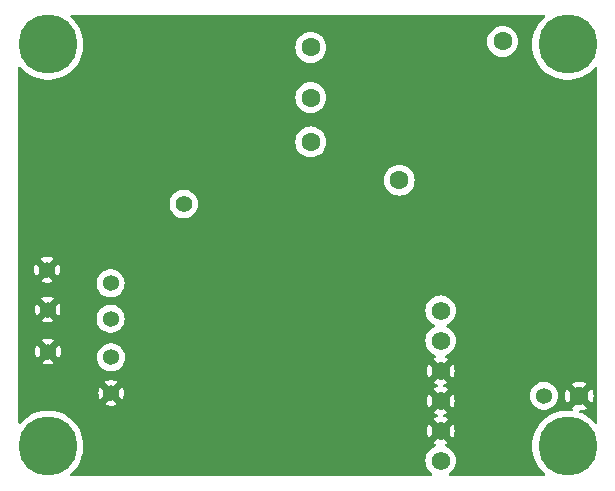
<source format=gbr>
%TF.GenerationSoftware,KiCad,Pcbnew,8.0.6*%
%TF.CreationDate,2025-02-05T13:06:53-05:00*%
%TF.ProjectId,kmh_RTx,6b6d685f-5254-4782-9e6b-696361645f70,rev?*%
%TF.SameCoordinates,Original*%
%TF.FileFunction,Copper,L2,Bot*%
%TF.FilePolarity,Positive*%
%FSLAX46Y46*%
G04 Gerber Fmt 4.6, Leading zero omitted, Abs format (unit mm)*
G04 Created by KiCad (PCBNEW 8.0.6) date 2025-02-05 13:06:53*
%MOMM*%
%LPD*%
G01*
G04 APERTURE LIST*
%TA.AperFunction,ComponentPad*%
%ADD10C,1.574800*%
%TD*%
%TA.AperFunction,ComponentPad*%
%ADD11C,1.600000*%
%TD*%
%TA.AperFunction,ComponentPad*%
%ADD12C,1.362000*%
%TD*%
%TA.AperFunction,ComponentPad*%
%ADD13C,5.000000*%
%TD*%
%TA.AperFunction,ComponentPad*%
%ADD14C,1.400000*%
%TD*%
%TA.AperFunction,ViaPad*%
%ADD15C,0.600000*%
%TD*%
G04 APERTURE END LIST*
D10*
%TO.P,J1,1,Pin_1*%
%TO.N,Net-(J1-Pin_1)*%
X124750000Y-62745100D03*
%TO.P,J1,2,Pin_2*%
%TO.N,GND*%
X124750000Y-60205100D03*
%TO.P,J1,3,Pin_3*%
X124750000Y-57665100D03*
%TO.P,J1,4,Pin_4*%
X124750000Y-55125100D03*
%TO.P,J1,5,Pin_5*%
%TO.N,Net-(J1-Pin_5)*%
X124750000Y-52585100D03*
%TO.P,J1,6,Pin_6*%
%TO.N,Net-(J1-Pin_6)*%
X124750000Y-50045100D03*
%TD*%
D11*
%TO.P,TP6,1,1*%
%TO.N,Net-(T1-AA)*%
X130000000Y-27250000D03*
%TD*%
D12*
%TO.P,H7,1,1*%
%TO.N,ReleaseAntenna*%
X96850000Y-54000000D03*
%TD*%
D11*
%TO.P,TP5,1,1*%
%TO.N,Net-(U1-PORT_4)*%
X113750000Y-27750000D03*
%TD*%
D13*
%TO.P,H4,1*%
%TO.N,N/C*%
X135500000Y-61500000D03*
%TD*%
D14*
%TO.P,TP2,1,1*%
%TO.N,+3.3V*%
X103000000Y-41000000D03*
%TD*%
D11*
%TO.P,TP3,1,1*%
%TO.N,Net-(U1-PORT_2)*%
X113750000Y-35750000D03*
%TD*%
D12*
%TO.P,H10,1,1*%
%TO.N,GND*%
X91475000Y-49950000D03*
%TD*%
%TO.P,H6,1,1*%
%TO.N,+15V*%
X96800000Y-50725000D03*
%TD*%
D13*
%TO.P,H3,1*%
%TO.N,N/C*%
X135500000Y-27500000D03*
%TD*%
D12*
%TO.P,H9,1,1*%
%TO.N,GND*%
X91425000Y-46575000D03*
%TD*%
D11*
%TO.P,TP4,1,1*%
%TO.N,Net-(U1-PORT_3)*%
X113750000Y-32000000D03*
%TD*%
%TO.P,TP1,1,1*%
%TO.N,Net-(U1-PORT_1)*%
X121250000Y-39000000D03*
%TD*%
D12*
%TO.P,H5,1,1*%
%TO.N,+15V*%
X96800000Y-47725000D03*
%TD*%
D11*
%TO.P,TP7,1,1*%
%TO.N,GND*%
X136500000Y-57250000D03*
%TD*%
D12*
%TO.P,H14,1,1*%
%TO.N,Net-(H14-Pad1)*%
X133500000Y-57250000D03*
%TD*%
D13*
%TO.P,H2,1*%
%TO.N,N/C*%
X91500000Y-27500000D03*
%TD*%
D12*
%TO.P,H8,1,1*%
%TO.N,GND*%
X96850000Y-57000000D03*
%TD*%
%TO.P,H11,1,1*%
%TO.N,GND*%
X91500000Y-53500000D03*
%TD*%
D13*
%TO.P,H1,1*%
%TO.N,N/C*%
X91500000Y-61500000D03*
%TD*%
D15*
%TO.N,GND*%
X128015000Y-40000000D03*
X128000000Y-37750000D03*
X128000000Y-42500000D03*
X97000000Y-58750000D03*
X92250000Y-44750000D03*
X91500000Y-55500000D03*
X89500000Y-53500000D03*
X89500000Y-50000000D03*
X96250000Y-40250000D03*
X123000000Y-60000000D03*
X109000000Y-30250000D03*
X115000000Y-58500000D03*
X89750000Y-39750000D03*
X113250000Y-53500000D03*
X117000000Y-58500000D03*
X93000000Y-32000000D03*
X119000000Y-56000000D03*
X110750000Y-61500000D03*
X107750000Y-42000000D03*
X98750000Y-30750000D03*
X99750000Y-43750000D03*
X120750000Y-56000000D03*
X123000000Y-56000000D03*
X126250000Y-42500000D03*
X119000000Y-53500000D03*
X113250000Y-56000000D03*
X114625000Y-61050000D03*
X108750000Y-55000000D03*
X115000000Y-51000000D03*
X96250000Y-43250000D03*
X126250000Y-37750000D03*
X89500000Y-46500000D03*
X123000000Y-52250000D03*
X124500000Y-37750000D03*
X101500000Y-55000000D03*
X129000000Y-61750000D03*
X126265000Y-40000000D03*
X122000000Y-44750000D03*
X120750000Y-53500000D03*
X98750000Y-32250000D03*
X107250000Y-37250000D03*
X91000000Y-34000000D03*
X117000000Y-51000000D03*
X113250000Y-58500000D03*
X124500000Y-42500000D03*
X120750000Y-51000000D03*
X123000000Y-50250000D03*
X112500000Y-40000000D03*
X131750000Y-63000000D03*
X119000000Y-58500000D03*
X123000000Y-58000000D03*
X120750000Y-58500000D03*
X95000000Y-26500000D03*
X119515000Y-41775000D03*
X109000000Y-50000000D03*
X123000000Y-54250000D03*
X96250000Y-41750000D03*
X119000000Y-51000000D03*
X99000000Y-26500000D03*
X107500000Y-55000000D03*
X109000000Y-34750000D03*
X115000000Y-53500000D03*
X113250000Y-51000000D03*
X97000000Y-26500000D03*
X97000000Y-29000000D03*
X131750000Y-61250000D03*
X117000000Y-53500000D03*
X117125000Y-61050000D03*
X90500000Y-43500000D03*
X115000000Y-56000000D03*
X117000000Y-56000000D03*
X91000000Y-32000000D03*
X124500000Y-40000000D03*
X95000000Y-29000000D03*
%TD*%
%TA.AperFunction,Conductor*%
%TO.N,GND*%
G36*
X133557927Y-25002785D02*
G01*
X133603682Y-25055589D01*
X133613626Y-25124747D01*
X133584601Y-25188303D01*
X133570594Y-25202089D01*
X133437442Y-25313817D01*
X133437440Y-25313819D01*
X133197589Y-25568044D01*
X133197584Y-25568050D01*
X132988870Y-25848402D01*
X132814113Y-26151091D01*
X132814107Y-26151104D01*
X132675674Y-26472027D01*
X132575430Y-26806865D01*
X132575428Y-26806872D01*
X132514739Y-27151061D01*
X132514738Y-27151072D01*
X132494415Y-27499996D01*
X132494415Y-27500003D01*
X132514738Y-27848927D01*
X132514739Y-27848938D01*
X132575428Y-28193127D01*
X132575430Y-28193134D01*
X132675674Y-28527972D01*
X132814107Y-28848895D01*
X132814113Y-28848908D01*
X132988870Y-29151597D01*
X133197584Y-29431949D01*
X133197589Y-29431955D01*
X133321463Y-29563253D01*
X133437442Y-29686183D01*
X133613903Y-29834251D01*
X133705186Y-29910847D01*
X133705194Y-29910853D01*
X133997203Y-30102911D01*
X133997207Y-30102913D01*
X134309549Y-30259777D01*
X134637989Y-30379319D01*
X134978086Y-30459923D01*
X135325241Y-30500500D01*
X135325248Y-30500500D01*
X135674752Y-30500500D01*
X135674759Y-30500500D01*
X136021914Y-30459923D01*
X136362011Y-30379319D01*
X136690451Y-30259777D01*
X137002793Y-30102913D01*
X137294811Y-29910849D01*
X137562558Y-29686183D01*
X137802412Y-29431953D01*
X137802415Y-29431949D01*
X137802706Y-29431641D01*
X137863029Y-29396387D01*
X137932836Y-29399342D01*
X137989964Y-29439569D01*
X138016274Y-29504295D01*
X138016900Y-29516735D01*
X138016900Y-59483264D01*
X137997215Y-59550303D01*
X137944411Y-59596058D01*
X137875253Y-59606002D01*
X137811697Y-59576977D01*
X137802706Y-59568358D01*
X137707144Y-59467069D01*
X137562558Y-59313817D01*
X137352578Y-59137623D01*
X137294813Y-59089152D01*
X137294805Y-59089146D01*
X137002796Y-58897088D01*
X136690458Y-58740226D01*
X136690452Y-58740223D01*
X136553899Y-58690522D01*
X136497635Y-58649096D01*
X136472699Y-58583827D01*
X136487009Y-58515438D01*
X136536021Y-58465643D01*
X136596309Y-58450000D01*
X136611193Y-58450000D01*
X136829809Y-58409133D01*
X137037174Y-58328799D01*
X137037180Y-58328796D01*
X137109656Y-58283920D01*
X137109656Y-58283919D01*
X136581807Y-57756070D01*
X136696853Y-57725245D01*
X136813147Y-57658102D01*
X136908102Y-57563147D01*
X136975245Y-57446853D01*
X137006070Y-57331806D01*
X137535953Y-57861689D01*
X137623759Y-57685350D01*
X137684621Y-57471439D01*
X137705141Y-57250000D01*
X137705141Y-57249999D01*
X137684621Y-57028560D01*
X137623761Y-56814654D01*
X137623757Y-56814644D01*
X137535952Y-56638309D01*
X137006070Y-57168192D01*
X136975245Y-57053147D01*
X136908102Y-56936853D01*
X136813147Y-56841898D01*
X136696853Y-56774755D01*
X136581807Y-56743929D01*
X137109656Y-56216079D01*
X137109655Y-56216078D01*
X137037178Y-56171202D01*
X137037177Y-56171201D01*
X136829804Y-56090865D01*
X136611193Y-56050000D01*
X136388807Y-56050000D01*
X136170195Y-56090865D01*
X135962824Y-56171200D01*
X135962823Y-56171201D01*
X135890342Y-56216079D01*
X136418192Y-56743929D01*
X136303147Y-56774755D01*
X136186853Y-56841898D01*
X136091898Y-56936853D01*
X136024755Y-57053147D01*
X135993929Y-57168192D01*
X135464046Y-56638309D01*
X135376239Y-56814653D01*
X135376238Y-56814654D01*
X135315378Y-57028560D01*
X135294859Y-57249999D01*
X135294859Y-57250000D01*
X135315378Y-57471439D01*
X135376238Y-57685345D01*
X135376242Y-57685355D01*
X135464046Y-57861689D01*
X135993929Y-57331806D01*
X136024755Y-57446853D01*
X136091898Y-57563147D01*
X136186853Y-57658102D01*
X136303147Y-57725245D01*
X136418192Y-57756070D01*
X135890343Y-58283919D01*
X135890343Y-58283920D01*
X135896073Y-58287468D01*
X135942708Y-58339496D01*
X135953812Y-58408478D01*
X135925858Y-58472512D01*
X135867723Y-58511268D01*
X135816401Y-58516055D01*
X135674759Y-58499500D01*
X135325241Y-58499500D01*
X135021480Y-58535004D01*
X134978085Y-58540077D01*
X134978083Y-58540077D01*
X134637990Y-58620680D01*
X134637987Y-58620681D01*
X134309547Y-58740223D01*
X134309541Y-58740226D01*
X133997203Y-58897088D01*
X133705194Y-59089146D01*
X133705186Y-59089152D01*
X133437442Y-59313817D01*
X133437440Y-59313819D01*
X133197589Y-59568044D01*
X133197584Y-59568050D01*
X132988870Y-59848402D01*
X132814113Y-60151091D01*
X132814107Y-60151104D01*
X132675674Y-60472027D01*
X132575430Y-60806865D01*
X132575428Y-60806872D01*
X132514739Y-61151061D01*
X132514738Y-61151072D01*
X132494415Y-61499996D01*
X132494415Y-61500003D01*
X132514738Y-61848927D01*
X132514739Y-61848938D01*
X132575428Y-62193127D01*
X132575430Y-62193134D01*
X132675674Y-62527972D01*
X132814107Y-62848895D01*
X132814113Y-62848908D01*
X132988870Y-63151597D01*
X133197584Y-63431949D01*
X133197589Y-63431955D01*
X133321463Y-63563253D01*
X133437442Y-63686183D01*
X133496166Y-63735458D01*
X133570594Y-63797911D01*
X133609296Y-63856082D01*
X133610404Y-63925943D01*
X133573567Y-63985313D01*
X133510480Y-64015342D01*
X133490888Y-64016900D01*
X125572345Y-64016900D01*
X125505306Y-63997215D01*
X125459551Y-63944411D01*
X125449607Y-63875253D01*
X125478632Y-63811697D01*
X125501222Y-63791325D01*
X125581009Y-63735458D01*
X125740358Y-63576109D01*
X125869615Y-63391510D01*
X125964853Y-63187270D01*
X126023179Y-62969596D01*
X126042820Y-62745100D01*
X126023179Y-62520604D01*
X125964853Y-62302930D01*
X125869615Y-62098690D01*
X125740358Y-61914091D01*
X125740356Y-61914088D01*
X125581011Y-61754743D01*
X125396410Y-61625485D01*
X125396408Y-61625484D01*
X125194519Y-61531342D01*
X125142080Y-61485170D01*
X125122928Y-61417976D01*
X125143144Y-61351095D01*
X125196309Y-61305761D01*
X125202131Y-61303333D01*
X125281533Y-61272572D01*
X125281537Y-61272570D01*
X125350504Y-61229867D01*
X124850913Y-60730276D01*
X124955885Y-60702150D01*
X125077515Y-60631926D01*
X125176826Y-60532615D01*
X125247050Y-60410985D01*
X125275176Y-60306012D01*
X125776556Y-60807392D01*
X125861956Y-60635886D01*
X125861961Y-60635873D01*
X125922183Y-60424218D01*
X125942487Y-60205100D01*
X125942487Y-60205099D01*
X125922183Y-59985981D01*
X125861961Y-59774326D01*
X125861956Y-59774313D01*
X125776555Y-59602806D01*
X125275176Y-60104186D01*
X125247050Y-59999215D01*
X125176826Y-59877585D01*
X125077515Y-59778274D01*
X124955885Y-59708050D01*
X124850913Y-59679923D01*
X125350504Y-59180331D01*
X125281533Y-59137627D01*
X125076341Y-59058135D01*
X125070207Y-59056989D01*
X125007926Y-59025322D01*
X124972651Y-58965010D01*
X124975584Y-58895202D01*
X125015792Y-58838061D01*
X125070207Y-58813211D01*
X125076341Y-58812064D01*
X125281536Y-58732571D01*
X125281537Y-58732570D01*
X125350504Y-58689867D01*
X124850913Y-58190276D01*
X124955885Y-58162150D01*
X125077515Y-58091926D01*
X125176826Y-57992615D01*
X125247050Y-57870985D01*
X125275176Y-57766012D01*
X125776556Y-58267392D01*
X125861956Y-58095886D01*
X125861961Y-58095873D01*
X125922183Y-57884218D01*
X125942487Y-57665100D01*
X125942487Y-57665099D01*
X125922183Y-57445981D01*
X125866420Y-57249999D01*
X132313438Y-57249999D01*
X132313438Y-57250000D01*
X132333640Y-57468029D01*
X132393563Y-57678633D01*
X132393567Y-57678642D01*
X132491159Y-57874634D01*
X132491166Y-57874646D01*
X132535752Y-57933687D01*
X132623120Y-58049382D01*
X132784937Y-58196897D01*
X132971104Y-58312167D01*
X132971105Y-58312167D01*
X132971106Y-58312168D01*
X133014028Y-58328796D01*
X133175282Y-58391266D01*
X133390518Y-58431500D01*
X133390521Y-58431500D01*
X133609479Y-58431500D01*
X133609482Y-58431500D01*
X133824718Y-58391266D01*
X134028896Y-58312167D01*
X134215063Y-58196897D01*
X134376880Y-58049382D01*
X134508835Y-57874644D01*
X134606436Y-57678636D01*
X134666359Y-57468030D01*
X134686562Y-57250000D01*
X134685475Y-57238274D01*
X134666359Y-57031970D01*
X134657262Y-56999999D01*
X134606436Y-56821364D01*
X134515285Y-56638309D01*
X134508840Y-56625365D01*
X134508833Y-56625353D01*
X134471364Y-56575736D01*
X134376880Y-56450618D01*
X134215063Y-56303103D01*
X134028896Y-56187833D01*
X134028894Y-56187832D01*
X134028893Y-56187831D01*
X133867974Y-56125491D01*
X133824718Y-56108734D01*
X133609482Y-56068500D01*
X133390518Y-56068500D01*
X133175282Y-56108734D01*
X133175279Y-56108734D01*
X133175279Y-56108735D01*
X132971106Y-56187831D01*
X132971105Y-56187832D01*
X132784941Y-56303100D01*
X132784939Y-56303101D01*
X132784937Y-56303103D01*
X132651211Y-56425010D01*
X132623121Y-56450617D01*
X132491166Y-56625353D01*
X132491159Y-56625365D01*
X132393567Y-56821357D01*
X132393563Y-56821366D01*
X132333640Y-57031970D01*
X132313438Y-57249999D01*
X125866420Y-57249999D01*
X125861961Y-57234326D01*
X125861956Y-57234313D01*
X125776555Y-57062806D01*
X125275176Y-57564186D01*
X125247050Y-57459215D01*
X125176826Y-57337585D01*
X125077515Y-57238274D01*
X124955885Y-57168050D01*
X124850913Y-57139923D01*
X125350504Y-56640331D01*
X125281533Y-56597627D01*
X125076341Y-56518135D01*
X125070207Y-56516989D01*
X125007926Y-56485322D01*
X124972651Y-56425010D01*
X124975584Y-56355202D01*
X125015792Y-56298061D01*
X125070207Y-56273211D01*
X125076341Y-56272064D01*
X125281536Y-56192571D01*
X125281537Y-56192570D01*
X125350504Y-56149867D01*
X124850913Y-55650276D01*
X124955885Y-55622150D01*
X125077515Y-55551926D01*
X125176826Y-55452615D01*
X125247050Y-55330985D01*
X125275176Y-55226012D01*
X125776556Y-55727392D01*
X125861956Y-55555886D01*
X125861961Y-55555873D01*
X125922183Y-55344218D01*
X125942487Y-55125100D01*
X125942487Y-55125099D01*
X125922183Y-54905981D01*
X125861961Y-54694326D01*
X125861956Y-54694313D01*
X125776555Y-54522806D01*
X125275176Y-55024186D01*
X125247050Y-54919215D01*
X125176826Y-54797585D01*
X125077515Y-54698274D01*
X124955885Y-54628050D01*
X124850913Y-54599923D01*
X125350504Y-54100331D01*
X125281532Y-54057626D01*
X125281528Y-54057625D01*
X125202129Y-54026865D01*
X125146728Y-53984292D01*
X125123138Y-53918525D01*
X125138850Y-53850445D01*
X125188874Y-53801666D01*
X125194520Y-53798857D01*
X125396410Y-53704715D01*
X125581009Y-53575458D01*
X125740358Y-53416109D01*
X125869615Y-53231510D01*
X125964853Y-53027270D01*
X126023179Y-52809596D01*
X126042820Y-52585100D01*
X126023179Y-52360604D01*
X125964853Y-52142930D01*
X125869615Y-51938690D01*
X125740358Y-51754091D01*
X125740356Y-51754088D01*
X125581011Y-51594743D01*
X125396410Y-51465485D01*
X125396404Y-51465482D01*
X125314912Y-51427482D01*
X125262472Y-51381310D01*
X125243320Y-51314117D01*
X125263535Y-51247235D01*
X125314912Y-51202718D01*
X125326198Y-51197454D01*
X125396410Y-51164715D01*
X125581009Y-51035458D01*
X125740358Y-50876109D01*
X125869615Y-50691510D01*
X125964853Y-50487270D01*
X126023179Y-50269596D01*
X126042820Y-50045100D01*
X126023179Y-49820604D01*
X125964853Y-49602930D01*
X125943818Y-49557821D01*
X125869617Y-49398695D01*
X125869614Y-49398689D01*
X125740356Y-49214088D01*
X125581011Y-49054743D01*
X125396410Y-48925485D01*
X125396404Y-48925482D01*
X125192176Y-48830249D01*
X125192165Y-48830245D01*
X124974498Y-48771921D01*
X124974491Y-48771920D01*
X124750001Y-48752280D01*
X124749999Y-48752280D01*
X124525508Y-48771920D01*
X124525501Y-48771921D01*
X124307834Y-48830245D01*
X124307823Y-48830249D01*
X124103595Y-48925482D01*
X124103589Y-48925485D01*
X123918988Y-49054743D01*
X123759643Y-49214088D01*
X123630385Y-49398689D01*
X123630382Y-49398695D01*
X123535149Y-49602923D01*
X123535145Y-49602934D01*
X123476821Y-49820601D01*
X123476820Y-49820608D01*
X123457180Y-50045099D01*
X123457180Y-50045100D01*
X123476820Y-50269591D01*
X123476821Y-50269598D01*
X123535145Y-50487265D01*
X123535149Y-50487276D01*
X123630382Y-50691504D01*
X123630385Y-50691510D01*
X123759643Y-50876111D01*
X123918988Y-51035456D01*
X123918991Y-51035458D01*
X124103590Y-51164715D01*
X124167507Y-51194519D01*
X124185088Y-51202718D01*
X124237527Y-51248890D01*
X124256679Y-51316084D01*
X124236463Y-51382965D01*
X124185088Y-51427482D01*
X124103591Y-51465484D01*
X124103589Y-51465485D01*
X123918988Y-51594743D01*
X123759643Y-51754088D01*
X123630385Y-51938689D01*
X123630382Y-51938695D01*
X123535149Y-52142923D01*
X123535145Y-52142934D01*
X123476821Y-52360601D01*
X123476820Y-52360608D01*
X123457180Y-52585099D01*
X123457180Y-52585100D01*
X123476820Y-52809591D01*
X123476821Y-52809598D01*
X123535145Y-53027265D01*
X123535149Y-53027276D01*
X123630382Y-53231504D01*
X123630385Y-53231510D01*
X123759643Y-53416111D01*
X123918988Y-53575456D01*
X123918991Y-53575458D01*
X124103590Y-53704715D01*
X124305480Y-53798857D01*
X124357920Y-53845029D01*
X124377072Y-53912222D01*
X124356857Y-53979103D01*
X124303691Y-54024438D01*
X124297871Y-54026865D01*
X124218472Y-54057624D01*
X124218463Y-54057629D01*
X124149495Y-54100331D01*
X124649087Y-54599923D01*
X124544115Y-54628050D01*
X124422485Y-54698274D01*
X124323174Y-54797585D01*
X124252950Y-54919215D01*
X124224823Y-55024186D01*
X123723443Y-54522806D01*
X123638039Y-54694324D01*
X123638034Y-54694335D01*
X123577817Y-54905978D01*
X123577816Y-54905981D01*
X123557513Y-55125099D01*
X123557513Y-55125100D01*
X123577816Y-55344218D01*
X123638040Y-55555880D01*
X123638040Y-55555881D01*
X123723443Y-55727392D01*
X124224823Y-55226012D01*
X124252950Y-55330985D01*
X124323174Y-55452615D01*
X124422485Y-55551926D01*
X124544115Y-55622150D01*
X124649086Y-55650276D01*
X124149494Y-56149867D01*
X124149495Y-56149868D01*
X124218459Y-56192569D01*
X124218465Y-56192572D01*
X124423657Y-56272063D01*
X124429794Y-56273211D01*
X124492075Y-56304879D01*
X124527348Y-56365191D01*
X124524414Y-56435000D01*
X124484205Y-56492140D01*
X124429794Y-56516989D01*
X124423652Y-56518137D01*
X124218475Y-56597623D01*
X124218463Y-56597629D01*
X124149495Y-56640331D01*
X124649087Y-57139923D01*
X124544115Y-57168050D01*
X124422485Y-57238274D01*
X124323174Y-57337585D01*
X124252950Y-57459215D01*
X124224823Y-57564186D01*
X123723443Y-57062806D01*
X123638039Y-57234324D01*
X123638034Y-57234335D01*
X123577817Y-57445978D01*
X123577816Y-57445981D01*
X123557513Y-57665099D01*
X123557513Y-57665100D01*
X123577816Y-57884218D01*
X123638040Y-58095880D01*
X123638040Y-58095881D01*
X123723443Y-58267392D01*
X124224823Y-57766012D01*
X124252950Y-57870985D01*
X124323174Y-57992615D01*
X124422485Y-58091926D01*
X124544115Y-58162150D01*
X124649086Y-58190276D01*
X124149494Y-58689867D01*
X124149495Y-58689868D01*
X124218459Y-58732569D01*
X124218465Y-58732572D01*
X124423657Y-58812063D01*
X124429794Y-58813211D01*
X124492075Y-58844879D01*
X124527348Y-58905191D01*
X124524414Y-58975000D01*
X124484205Y-59032140D01*
X124429794Y-59056989D01*
X124423652Y-59058137D01*
X124218475Y-59137623D01*
X124218463Y-59137629D01*
X124149495Y-59180331D01*
X124649087Y-59679923D01*
X124544115Y-59708050D01*
X124422485Y-59778274D01*
X124323174Y-59877585D01*
X124252950Y-59999215D01*
X124224823Y-60104186D01*
X123723443Y-59602806D01*
X123638039Y-59774324D01*
X123638034Y-59774335D01*
X123577817Y-59985978D01*
X123577816Y-59985981D01*
X123557513Y-60205099D01*
X123557513Y-60205100D01*
X123577816Y-60424218D01*
X123638040Y-60635880D01*
X123638040Y-60635881D01*
X123723443Y-60807392D01*
X124224823Y-60306012D01*
X124252950Y-60410985D01*
X124323174Y-60532615D01*
X124422485Y-60631926D01*
X124544115Y-60702150D01*
X124649086Y-60730276D01*
X124149494Y-61229867D01*
X124149495Y-61229868D01*
X124218459Y-61272569D01*
X124218465Y-61272572D01*
X124297869Y-61303333D01*
X124353270Y-61345906D01*
X124376861Y-61411673D01*
X124361150Y-61479753D01*
X124311126Y-61528532D01*
X124305480Y-61531342D01*
X124103591Y-61625484D01*
X124103589Y-61625485D01*
X123918988Y-61754743D01*
X123759643Y-61914088D01*
X123630385Y-62098689D01*
X123630382Y-62098695D01*
X123535149Y-62302923D01*
X123535145Y-62302934D01*
X123476821Y-62520601D01*
X123476820Y-62520608D01*
X123457180Y-62745099D01*
X123457180Y-62745100D01*
X123476820Y-62969591D01*
X123476821Y-62969598D01*
X123535145Y-63187265D01*
X123535149Y-63187276D01*
X123630382Y-63391504D01*
X123630385Y-63391510D01*
X123759643Y-63576111D01*
X123918988Y-63735456D01*
X123998778Y-63791325D01*
X124042403Y-63845901D01*
X124049597Y-63915400D01*
X124018075Y-63977755D01*
X123957845Y-64013169D01*
X123927655Y-64016900D01*
X93509112Y-64016900D01*
X93442073Y-63997215D01*
X93396318Y-63944411D01*
X93386374Y-63875253D01*
X93415399Y-63811697D01*
X93429406Y-63797911D01*
X93453644Y-63777572D01*
X93562558Y-63686183D01*
X93802412Y-63431953D01*
X94011130Y-63151596D01*
X94185889Y-62848904D01*
X94324326Y-62527971D01*
X94424569Y-62193136D01*
X94441222Y-62098695D01*
X94485260Y-61848938D01*
X94485259Y-61848938D01*
X94485262Y-61848927D01*
X94505585Y-61500000D01*
X94485262Y-61151073D01*
X94485260Y-61151061D01*
X94424571Y-60806872D01*
X94424569Y-60806865D01*
X94404102Y-60738500D01*
X94324326Y-60472029D01*
X94185889Y-60151096D01*
X94027978Y-59877585D01*
X94011129Y-59848402D01*
X93802415Y-59568050D01*
X93802410Y-59568044D01*
X93686433Y-59445117D01*
X93562558Y-59313817D01*
X93352578Y-59137623D01*
X93294813Y-59089152D01*
X93294805Y-59089146D01*
X93002796Y-58897088D01*
X92690458Y-58740226D01*
X92690452Y-58740223D01*
X92362012Y-58620681D01*
X92362009Y-58620680D01*
X92021915Y-58540077D01*
X91978519Y-58535004D01*
X91674759Y-58499500D01*
X91325241Y-58499500D01*
X91021480Y-58535004D01*
X90978085Y-58540077D01*
X90978083Y-58540077D01*
X90637990Y-58620680D01*
X90637987Y-58620681D01*
X90309547Y-58740223D01*
X90309541Y-58740226D01*
X89997203Y-58897088D01*
X89705194Y-59089146D01*
X89705186Y-59089152D01*
X89437442Y-59313817D01*
X89437440Y-59313819D01*
X89197294Y-59568358D01*
X89136971Y-59603612D01*
X89067164Y-59600657D01*
X89010036Y-59560430D01*
X88983726Y-59495703D01*
X88983100Y-59483264D01*
X88983100Y-57947477D01*
X96326785Y-57947477D01*
X96326785Y-57947478D01*
X96366084Y-57971811D01*
X96366102Y-57971820D01*
X96552895Y-58044184D01*
X96552905Y-58044187D01*
X96749833Y-58081000D01*
X96950167Y-58081000D01*
X97147094Y-58044187D01*
X97147104Y-58044184D01*
X97333904Y-57971818D01*
X97373214Y-57947477D01*
X96850001Y-57424264D01*
X96850000Y-57424264D01*
X96326785Y-57947477D01*
X88983100Y-57947477D01*
X88983100Y-56999999D01*
X95764369Y-56999999D01*
X95764369Y-57000000D01*
X95782853Y-57199479D01*
X95837680Y-57392178D01*
X95902793Y-57522942D01*
X96425736Y-57000000D01*
X96425736Y-56999999D01*
X96370561Y-56944824D01*
X96430900Y-56944824D01*
X96430900Y-57055176D01*
X96459461Y-57161766D01*
X96514637Y-57257333D01*
X96592667Y-57335363D01*
X96688234Y-57390539D01*
X96794824Y-57419100D01*
X96905176Y-57419100D01*
X97011766Y-57390539D01*
X97107333Y-57335363D01*
X97185363Y-57257333D01*
X97240539Y-57161766D01*
X97269100Y-57055176D01*
X97269100Y-56999999D01*
X97274264Y-56999999D01*
X97274264Y-57000000D01*
X97797205Y-57522941D01*
X97797206Y-57522941D01*
X97862321Y-57392173D01*
X97917146Y-57199479D01*
X97935631Y-57000000D01*
X97935631Y-56999999D01*
X97917146Y-56800520D01*
X97862319Y-56607821D01*
X97797206Y-56477056D01*
X97274264Y-56999999D01*
X97269100Y-56999999D01*
X97269100Y-56944824D01*
X97240539Y-56838234D01*
X97185363Y-56742667D01*
X97107333Y-56664637D01*
X97011766Y-56609461D01*
X96905176Y-56580900D01*
X96794824Y-56580900D01*
X96688234Y-56609461D01*
X96592667Y-56664637D01*
X96514637Y-56742667D01*
X96459461Y-56838234D01*
X96430900Y-56944824D01*
X96370561Y-56944824D01*
X95902793Y-56477056D01*
X95902792Y-56477056D01*
X95837682Y-56607816D01*
X95837678Y-56607826D01*
X95782853Y-56800520D01*
X95764369Y-56999999D01*
X88983100Y-56999999D01*
X88983100Y-56052521D01*
X96326784Y-56052521D01*
X96850000Y-56575736D01*
X96850001Y-56575736D01*
X97373214Y-56052521D01*
X97333907Y-56028183D01*
X97333906Y-56028182D01*
X97147095Y-55955812D01*
X96950167Y-55919000D01*
X96749833Y-55919000D01*
X96552905Y-55955812D01*
X96552904Y-55955812D01*
X96366095Y-56028182D01*
X96366092Y-56028183D01*
X96326784Y-56052521D01*
X88983100Y-56052521D01*
X88983100Y-54447477D01*
X90976785Y-54447477D01*
X90976785Y-54447478D01*
X91016084Y-54471811D01*
X91016102Y-54471820D01*
X91202895Y-54544184D01*
X91202905Y-54544187D01*
X91399833Y-54581000D01*
X91600167Y-54581000D01*
X91797094Y-54544187D01*
X91797104Y-54544184D01*
X91983904Y-54471818D01*
X92023214Y-54447477D01*
X91500001Y-53924264D01*
X91500000Y-53924264D01*
X90976785Y-54447477D01*
X88983100Y-54447477D01*
X88983100Y-53499999D01*
X90414369Y-53499999D01*
X90414369Y-53500000D01*
X90432853Y-53699479D01*
X90487680Y-53892178D01*
X90552793Y-54022942D01*
X91075736Y-53500000D01*
X91075736Y-53499999D01*
X91020561Y-53444824D01*
X91080900Y-53444824D01*
X91080900Y-53555176D01*
X91109461Y-53661766D01*
X91164637Y-53757333D01*
X91242667Y-53835363D01*
X91338234Y-53890539D01*
X91444824Y-53919100D01*
X91555176Y-53919100D01*
X91661766Y-53890539D01*
X91757333Y-53835363D01*
X91835363Y-53757333D01*
X91890539Y-53661766D01*
X91919100Y-53555176D01*
X91919100Y-53499999D01*
X91924264Y-53499999D01*
X91924264Y-53500000D01*
X92447205Y-54022941D01*
X92447206Y-54022941D01*
X92458630Y-53999999D01*
X95663438Y-53999999D01*
X95663438Y-54000000D01*
X95683640Y-54218029D01*
X95743563Y-54428633D01*
X95743567Y-54428642D01*
X95841159Y-54624634D01*
X95841166Y-54624646D01*
X95843737Y-54628050D01*
X95973120Y-54799382D01*
X96134937Y-54946897D01*
X96321104Y-55062167D01*
X96321105Y-55062167D01*
X96321106Y-55062168D01*
X96364360Y-55078924D01*
X96525282Y-55141266D01*
X96740518Y-55181500D01*
X96740521Y-55181500D01*
X96959479Y-55181500D01*
X96959482Y-55181500D01*
X97174718Y-55141266D01*
X97378896Y-55062167D01*
X97565063Y-54946897D01*
X97726880Y-54799382D01*
X97858835Y-54624644D01*
X97956436Y-54428636D01*
X98016359Y-54218030D01*
X98036562Y-54000000D01*
X98035106Y-53984292D01*
X98016359Y-53781970D01*
X97994378Y-53704715D01*
X97956436Y-53571364D01*
X97879128Y-53416109D01*
X97858840Y-53375365D01*
X97858833Y-53375353D01*
X97802322Y-53300520D01*
X97726880Y-53200618D01*
X97565063Y-53053103D01*
X97378896Y-52937833D01*
X97378894Y-52937832D01*
X97378893Y-52937831D01*
X97217974Y-52875491D01*
X97174718Y-52858734D01*
X96959482Y-52818500D01*
X96740518Y-52818500D01*
X96525282Y-52858734D01*
X96525279Y-52858734D01*
X96525279Y-52858735D01*
X96321106Y-52937831D01*
X96321105Y-52937832D01*
X96134941Y-53053100D01*
X96134939Y-53053101D01*
X96134937Y-53053103D01*
X95992583Y-53182874D01*
X95973121Y-53200617D01*
X95841166Y-53375353D01*
X95841159Y-53375365D01*
X95743567Y-53571357D01*
X95743563Y-53571366D01*
X95683640Y-53781970D01*
X95663438Y-53999999D01*
X92458630Y-53999999D01*
X92512321Y-53892173D01*
X92567146Y-53699479D01*
X92585631Y-53500000D01*
X92585631Y-53499999D01*
X92567146Y-53300520D01*
X92512319Y-53107821D01*
X92447206Y-52977056D01*
X91924264Y-53499999D01*
X91919100Y-53499999D01*
X91919100Y-53444824D01*
X91890539Y-53338234D01*
X91835363Y-53242667D01*
X91757333Y-53164637D01*
X91661766Y-53109461D01*
X91555176Y-53080900D01*
X91444824Y-53080900D01*
X91338234Y-53109461D01*
X91242667Y-53164637D01*
X91164637Y-53242667D01*
X91109461Y-53338234D01*
X91080900Y-53444824D01*
X91020561Y-53444824D01*
X90552793Y-52977056D01*
X90552792Y-52977056D01*
X90487682Y-53107816D01*
X90487678Y-53107826D01*
X90432853Y-53300520D01*
X90414369Y-53499999D01*
X88983100Y-53499999D01*
X88983100Y-52552521D01*
X90976784Y-52552521D01*
X91500000Y-53075736D01*
X91500001Y-53075736D01*
X92023214Y-52552521D01*
X91983907Y-52528183D01*
X91983906Y-52528182D01*
X91797095Y-52455812D01*
X91600167Y-52419000D01*
X91399833Y-52419000D01*
X91202905Y-52455812D01*
X91202904Y-52455812D01*
X91016095Y-52528182D01*
X91016092Y-52528183D01*
X90976784Y-52552521D01*
X88983100Y-52552521D01*
X88983100Y-50897477D01*
X90951785Y-50897477D01*
X90951785Y-50897478D01*
X90991084Y-50921811D01*
X90991102Y-50921820D01*
X91177895Y-50994184D01*
X91177905Y-50994187D01*
X91374833Y-51031000D01*
X91575167Y-51031000D01*
X91772094Y-50994187D01*
X91772104Y-50994184D01*
X91958904Y-50921818D01*
X91998214Y-50897477D01*
X91825736Y-50724999D01*
X95613438Y-50724999D01*
X95613438Y-50725000D01*
X95633640Y-50943029D01*
X95693563Y-51153633D01*
X95693567Y-51153642D01*
X95791159Y-51349634D01*
X95791166Y-51349646D01*
X95835752Y-51408687D01*
X95923120Y-51524382D01*
X96084937Y-51671897D01*
X96271104Y-51787167D01*
X96271105Y-51787167D01*
X96271106Y-51787168D01*
X96314360Y-51803924D01*
X96475282Y-51866266D01*
X96690518Y-51906500D01*
X96690521Y-51906500D01*
X96909479Y-51906500D01*
X96909482Y-51906500D01*
X97124718Y-51866266D01*
X97328896Y-51787167D01*
X97515063Y-51671897D01*
X97676880Y-51524382D01*
X97808835Y-51349644D01*
X97906436Y-51153636D01*
X97966359Y-50943030D01*
X97986562Y-50725000D01*
X97966359Y-50506970D01*
X97906436Y-50296364D01*
X97814517Y-50111766D01*
X97808840Y-50100365D01*
X97808833Y-50100353D01*
X97767107Y-50045099D01*
X97676880Y-49925618D01*
X97515063Y-49778103D01*
X97328896Y-49662833D01*
X97328894Y-49662832D01*
X97328893Y-49662831D01*
X97167974Y-49600491D01*
X97124718Y-49583734D01*
X96909482Y-49543500D01*
X96690518Y-49543500D01*
X96475282Y-49583734D01*
X96475279Y-49583734D01*
X96475279Y-49583735D01*
X96271106Y-49662831D01*
X96271105Y-49662832D01*
X96084941Y-49778100D01*
X96084939Y-49778101D01*
X96084937Y-49778103D01*
X96038311Y-49820608D01*
X95923121Y-49925617D01*
X95791166Y-50100353D01*
X95791159Y-50100365D01*
X95693567Y-50296357D01*
X95693563Y-50296366D01*
X95633640Y-50506970D01*
X95613438Y-50724999D01*
X91825736Y-50724999D01*
X91475001Y-50374264D01*
X91475000Y-50374264D01*
X90951785Y-50897477D01*
X88983100Y-50897477D01*
X88983100Y-49949999D01*
X90389369Y-49949999D01*
X90389369Y-49950000D01*
X90407853Y-50149479D01*
X90462680Y-50342178D01*
X90527793Y-50472942D01*
X91050736Y-49950000D01*
X91050736Y-49949999D01*
X90995561Y-49894824D01*
X91055900Y-49894824D01*
X91055900Y-50005176D01*
X91084461Y-50111766D01*
X91139637Y-50207333D01*
X91217667Y-50285363D01*
X91313234Y-50340539D01*
X91419824Y-50369100D01*
X91530176Y-50369100D01*
X91636766Y-50340539D01*
X91732333Y-50285363D01*
X91810363Y-50207333D01*
X91865539Y-50111766D01*
X91894100Y-50005176D01*
X91894100Y-49949999D01*
X91899264Y-49949999D01*
X91899264Y-49950000D01*
X92422205Y-50472941D01*
X92422206Y-50472941D01*
X92487321Y-50342173D01*
X92542146Y-50149479D01*
X92560631Y-49950000D01*
X92560631Y-49949999D01*
X92542146Y-49750520D01*
X92487319Y-49557821D01*
X92422206Y-49427056D01*
X91899264Y-49949999D01*
X91894100Y-49949999D01*
X91894100Y-49894824D01*
X91865539Y-49788234D01*
X91810363Y-49692667D01*
X91732333Y-49614637D01*
X91636766Y-49559461D01*
X91530176Y-49530900D01*
X91419824Y-49530900D01*
X91313234Y-49559461D01*
X91217667Y-49614637D01*
X91139637Y-49692667D01*
X91084461Y-49788234D01*
X91055900Y-49894824D01*
X90995561Y-49894824D01*
X90527793Y-49427056D01*
X90527792Y-49427056D01*
X90462682Y-49557816D01*
X90462678Y-49557826D01*
X90407853Y-49750520D01*
X90389369Y-49949999D01*
X88983100Y-49949999D01*
X88983100Y-49002521D01*
X90951784Y-49002521D01*
X91475000Y-49525736D01*
X91475001Y-49525736D01*
X91998214Y-49002521D01*
X91958907Y-48978183D01*
X91958906Y-48978182D01*
X91772095Y-48905812D01*
X91575167Y-48869000D01*
X91374833Y-48869000D01*
X91177905Y-48905812D01*
X91177904Y-48905812D01*
X90991095Y-48978182D01*
X90991092Y-48978183D01*
X90951784Y-49002521D01*
X88983100Y-49002521D01*
X88983100Y-47724999D01*
X95613438Y-47724999D01*
X95613438Y-47725000D01*
X95633640Y-47943029D01*
X95693563Y-48153633D01*
X95693567Y-48153642D01*
X95791159Y-48349634D01*
X95791166Y-48349646D01*
X95835752Y-48408687D01*
X95923120Y-48524382D01*
X96084937Y-48671897D01*
X96271104Y-48787167D01*
X96271105Y-48787167D01*
X96271106Y-48787168D01*
X96314360Y-48803924D01*
X96475282Y-48866266D01*
X96690518Y-48906500D01*
X96690521Y-48906500D01*
X96909479Y-48906500D01*
X96909482Y-48906500D01*
X97124718Y-48866266D01*
X97328896Y-48787167D01*
X97515063Y-48671897D01*
X97676880Y-48524382D01*
X97808835Y-48349644D01*
X97906436Y-48153636D01*
X97966359Y-47943030D01*
X97986562Y-47725000D01*
X97966359Y-47506970D01*
X97906436Y-47296364D01*
X97857830Y-47198751D01*
X97808840Y-47100365D01*
X97808833Y-47100353D01*
X97732494Y-46999264D01*
X97676880Y-46925618D01*
X97515063Y-46778103D01*
X97328896Y-46662833D01*
X97328894Y-46662832D01*
X97328893Y-46662831D01*
X97167974Y-46600491D01*
X97124718Y-46583734D01*
X96909482Y-46543500D01*
X96690518Y-46543500D01*
X96475282Y-46583734D01*
X96475279Y-46583734D01*
X96475279Y-46583735D01*
X96271106Y-46662831D01*
X96271105Y-46662832D01*
X96084941Y-46778100D01*
X96084939Y-46778101D01*
X96084937Y-46778103D01*
X95942583Y-46907874D01*
X95923121Y-46925617D01*
X95791166Y-47100353D01*
X95791159Y-47100365D01*
X95693567Y-47296357D01*
X95693563Y-47296366D01*
X95633640Y-47506970D01*
X95613438Y-47724999D01*
X88983100Y-47724999D01*
X88983100Y-47522477D01*
X90901785Y-47522477D01*
X90901785Y-47522478D01*
X90941084Y-47546811D01*
X90941102Y-47546820D01*
X91127895Y-47619184D01*
X91127905Y-47619187D01*
X91324833Y-47656000D01*
X91525167Y-47656000D01*
X91722094Y-47619187D01*
X91722104Y-47619184D01*
X91908904Y-47546818D01*
X91948214Y-47522477D01*
X91425001Y-46999264D01*
X91425000Y-46999264D01*
X90901785Y-47522477D01*
X88983100Y-47522477D01*
X88983100Y-46574999D01*
X90339369Y-46574999D01*
X90339369Y-46575000D01*
X90357853Y-46774479D01*
X90412680Y-46967178D01*
X90477793Y-47097942D01*
X91000736Y-46575000D01*
X91000736Y-46574999D01*
X90945561Y-46519824D01*
X91005900Y-46519824D01*
X91005900Y-46630176D01*
X91034461Y-46736766D01*
X91089637Y-46832333D01*
X91167667Y-46910363D01*
X91263234Y-46965539D01*
X91369824Y-46994100D01*
X91480176Y-46994100D01*
X91586766Y-46965539D01*
X91682333Y-46910363D01*
X91760363Y-46832333D01*
X91815539Y-46736766D01*
X91844100Y-46630176D01*
X91844100Y-46574999D01*
X91849264Y-46574999D01*
X91849264Y-46575000D01*
X92372205Y-47097941D01*
X92372206Y-47097941D01*
X92437321Y-46967173D01*
X92492146Y-46774479D01*
X92510631Y-46575000D01*
X92510631Y-46574999D01*
X92492146Y-46375520D01*
X92437319Y-46182821D01*
X92372206Y-46052056D01*
X91849264Y-46574999D01*
X91844100Y-46574999D01*
X91844100Y-46519824D01*
X91815539Y-46413234D01*
X91760363Y-46317667D01*
X91682333Y-46239637D01*
X91586766Y-46184461D01*
X91480176Y-46155900D01*
X91369824Y-46155900D01*
X91263234Y-46184461D01*
X91167667Y-46239637D01*
X91089637Y-46317667D01*
X91034461Y-46413234D01*
X91005900Y-46519824D01*
X90945561Y-46519824D01*
X90477793Y-46052056D01*
X90477792Y-46052056D01*
X90412682Y-46182816D01*
X90412678Y-46182826D01*
X90357853Y-46375520D01*
X90339369Y-46574999D01*
X88983100Y-46574999D01*
X88983100Y-45627521D01*
X90901784Y-45627521D01*
X91425000Y-46150736D01*
X91425001Y-46150736D01*
X91948214Y-45627521D01*
X91908907Y-45603183D01*
X91908906Y-45603182D01*
X91722095Y-45530812D01*
X91525167Y-45494000D01*
X91324833Y-45494000D01*
X91127905Y-45530812D01*
X91127904Y-45530812D01*
X90941095Y-45603182D01*
X90941092Y-45603183D01*
X90901784Y-45627521D01*
X88983100Y-45627521D01*
X88983100Y-40999999D01*
X101794357Y-40999999D01*
X101794357Y-41000000D01*
X101814884Y-41221535D01*
X101814885Y-41221537D01*
X101875769Y-41435523D01*
X101875775Y-41435538D01*
X101974938Y-41634683D01*
X101974943Y-41634691D01*
X102109020Y-41812238D01*
X102273437Y-41962123D01*
X102273439Y-41962125D01*
X102462595Y-42079245D01*
X102462596Y-42079245D01*
X102462599Y-42079247D01*
X102670060Y-42159618D01*
X102888757Y-42200500D01*
X102888759Y-42200500D01*
X103111241Y-42200500D01*
X103111243Y-42200500D01*
X103329940Y-42159618D01*
X103537401Y-42079247D01*
X103726562Y-41962124D01*
X103890981Y-41812236D01*
X104025058Y-41634689D01*
X104124229Y-41435528D01*
X104185115Y-41221536D01*
X104205643Y-41000000D01*
X104185115Y-40778464D01*
X104124229Y-40564472D01*
X104124224Y-40564461D01*
X104025061Y-40365316D01*
X104025056Y-40365308D01*
X103890979Y-40187761D01*
X103726562Y-40037876D01*
X103726560Y-40037874D01*
X103537404Y-39920754D01*
X103537398Y-39920752D01*
X103329940Y-39840382D01*
X103111243Y-39799500D01*
X102888757Y-39799500D01*
X102670060Y-39840382D01*
X102538864Y-39891207D01*
X102462601Y-39920752D01*
X102462595Y-39920754D01*
X102273439Y-40037874D01*
X102273437Y-40037876D01*
X102109020Y-40187761D01*
X101974943Y-40365308D01*
X101974938Y-40365316D01*
X101875775Y-40564461D01*
X101875769Y-40564476D01*
X101814885Y-40778462D01*
X101814884Y-40778464D01*
X101794357Y-40999999D01*
X88983100Y-40999999D01*
X88983100Y-38999998D01*
X119944532Y-38999998D01*
X119944532Y-39000001D01*
X119964364Y-39226686D01*
X119964366Y-39226697D01*
X120023258Y-39446488D01*
X120023261Y-39446497D01*
X120119431Y-39652732D01*
X120119432Y-39652734D01*
X120249954Y-39839141D01*
X120410858Y-40000045D01*
X120410861Y-40000047D01*
X120597266Y-40130568D01*
X120803504Y-40226739D01*
X121023308Y-40285635D01*
X121185230Y-40299801D01*
X121249998Y-40305468D01*
X121250000Y-40305468D01*
X121250002Y-40305468D01*
X121306673Y-40300509D01*
X121476692Y-40285635D01*
X121696496Y-40226739D01*
X121902734Y-40130568D01*
X122089139Y-40000047D01*
X122250047Y-39839139D01*
X122380568Y-39652734D01*
X122476739Y-39446496D01*
X122535635Y-39226692D01*
X122555468Y-39000000D01*
X122535635Y-38773308D01*
X122476739Y-38553504D01*
X122380568Y-38347266D01*
X122250047Y-38160861D01*
X122250045Y-38160858D01*
X122089141Y-37999954D01*
X121902734Y-37869432D01*
X121902732Y-37869431D01*
X121696497Y-37773261D01*
X121696488Y-37773258D01*
X121476697Y-37714366D01*
X121476693Y-37714365D01*
X121476692Y-37714365D01*
X121476691Y-37714364D01*
X121476686Y-37714364D01*
X121250002Y-37694532D01*
X121249998Y-37694532D01*
X121023313Y-37714364D01*
X121023302Y-37714366D01*
X120803511Y-37773258D01*
X120803502Y-37773261D01*
X120597267Y-37869431D01*
X120597265Y-37869432D01*
X120410858Y-37999954D01*
X120249954Y-38160858D01*
X120119432Y-38347265D01*
X120119431Y-38347267D01*
X120023261Y-38553502D01*
X120023258Y-38553511D01*
X119964366Y-38773302D01*
X119964364Y-38773313D01*
X119944532Y-38999998D01*
X88983100Y-38999998D01*
X88983100Y-35749998D01*
X112444532Y-35749998D01*
X112444532Y-35750001D01*
X112464364Y-35976686D01*
X112464366Y-35976697D01*
X112523258Y-36196488D01*
X112523261Y-36196497D01*
X112619431Y-36402732D01*
X112619432Y-36402734D01*
X112749954Y-36589141D01*
X112910858Y-36750045D01*
X112910861Y-36750047D01*
X113097266Y-36880568D01*
X113303504Y-36976739D01*
X113523308Y-37035635D01*
X113685230Y-37049801D01*
X113749998Y-37055468D01*
X113750000Y-37055468D01*
X113750002Y-37055468D01*
X113806673Y-37050509D01*
X113976692Y-37035635D01*
X114196496Y-36976739D01*
X114402734Y-36880568D01*
X114589139Y-36750047D01*
X114750047Y-36589139D01*
X114880568Y-36402734D01*
X114976739Y-36196496D01*
X115035635Y-35976692D01*
X115055468Y-35750000D01*
X115035635Y-35523308D01*
X114976739Y-35303504D01*
X114880568Y-35097266D01*
X114750047Y-34910861D01*
X114750045Y-34910858D01*
X114589141Y-34749954D01*
X114402734Y-34619432D01*
X114402732Y-34619431D01*
X114196497Y-34523261D01*
X114196488Y-34523258D01*
X113976697Y-34464366D01*
X113976693Y-34464365D01*
X113976692Y-34464365D01*
X113976691Y-34464364D01*
X113976686Y-34464364D01*
X113750002Y-34444532D01*
X113749998Y-34444532D01*
X113523313Y-34464364D01*
X113523302Y-34464366D01*
X113303511Y-34523258D01*
X113303502Y-34523261D01*
X113097267Y-34619431D01*
X113097265Y-34619432D01*
X112910858Y-34749954D01*
X112749954Y-34910858D01*
X112619432Y-35097265D01*
X112619431Y-35097267D01*
X112523261Y-35303502D01*
X112523258Y-35303511D01*
X112464366Y-35523302D01*
X112464364Y-35523313D01*
X112444532Y-35749998D01*
X88983100Y-35749998D01*
X88983100Y-31999998D01*
X112444532Y-31999998D01*
X112444532Y-32000001D01*
X112464364Y-32226686D01*
X112464366Y-32226697D01*
X112523258Y-32446488D01*
X112523261Y-32446497D01*
X112619431Y-32652732D01*
X112619432Y-32652734D01*
X112749954Y-32839141D01*
X112910858Y-33000045D01*
X112910861Y-33000047D01*
X113097266Y-33130568D01*
X113303504Y-33226739D01*
X113523308Y-33285635D01*
X113685230Y-33299801D01*
X113749998Y-33305468D01*
X113750000Y-33305468D01*
X113750002Y-33305468D01*
X113806673Y-33300509D01*
X113976692Y-33285635D01*
X114196496Y-33226739D01*
X114402734Y-33130568D01*
X114589139Y-33000047D01*
X114750047Y-32839139D01*
X114880568Y-32652734D01*
X114976739Y-32446496D01*
X115035635Y-32226692D01*
X115055468Y-32000000D01*
X115035635Y-31773308D01*
X114976739Y-31553504D01*
X114880568Y-31347266D01*
X114750047Y-31160861D01*
X114750045Y-31160858D01*
X114589141Y-30999954D01*
X114402734Y-30869432D01*
X114402732Y-30869431D01*
X114196497Y-30773261D01*
X114196488Y-30773258D01*
X113976697Y-30714366D01*
X113976693Y-30714365D01*
X113976692Y-30714365D01*
X113976691Y-30714364D01*
X113976686Y-30714364D01*
X113750002Y-30694532D01*
X113749998Y-30694532D01*
X113523313Y-30714364D01*
X113523302Y-30714366D01*
X113303511Y-30773258D01*
X113303502Y-30773261D01*
X113097267Y-30869431D01*
X113097265Y-30869432D01*
X112910858Y-30999954D01*
X112749954Y-31160858D01*
X112619432Y-31347265D01*
X112619431Y-31347267D01*
X112523261Y-31553502D01*
X112523258Y-31553511D01*
X112464366Y-31773302D01*
X112464364Y-31773313D01*
X112444532Y-31999998D01*
X88983100Y-31999998D01*
X88983100Y-29516735D01*
X89002785Y-29449696D01*
X89055589Y-29403941D01*
X89124747Y-29393997D01*
X89188303Y-29423022D01*
X89197294Y-29431641D01*
X89197585Y-29431949D01*
X89197588Y-29431953D01*
X89437442Y-29686183D01*
X89613903Y-29834251D01*
X89705186Y-29910847D01*
X89705194Y-29910853D01*
X89997203Y-30102911D01*
X89997207Y-30102913D01*
X90309549Y-30259777D01*
X90637989Y-30379319D01*
X90978086Y-30459923D01*
X91325241Y-30500500D01*
X91325248Y-30500500D01*
X91674752Y-30500500D01*
X91674759Y-30500500D01*
X92021914Y-30459923D01*
X92362011Y-30379319D01*
X92690451Y-30259777D01*
X93002793Y-30102913D01*
X93294811Y-29910849D01*
X93562558Y-29686183D01*
X93802412Y-29431953D01*
X94011130Y-29151596D01*
X94185889Y-28848904D01*
X94324326Y-28527971D01*
X94424569Y-28193136D01*
X94442907Y-28089139D01*
X94485260Y-27848938D01*
X94485259Y-27848938D01*
X94485262Y-27848927D01*
X94491024Y-27749998D01*
X112444532Y-27749998D01*
X112444532Y-27750001D01*
X112464364Y-27976686D01*
X112464366Y-27976697D01*
X112523258Y-28196488D01*
X112523261Y-28196497D01*
X112619431Y-28402732D01*
X112619432Y-28402734D01*
X112749954Y-28589141D01*
X112910858Y-28750045D01*
X112910861Y-28750047D01*
X113097266Y-28880568D01*
X113303504Y-28976739D01*
X113523308Y-29035635D01*
X113685230Y-29049801D01*
X113749998Y-29055468D01*
X113750000Y-29055468D01*
X113750002Y-29055468D01*
X113806673Y-29050509D01*
X113976692Y-29035635D01*
X114196496Y-28976739D01*
X114402734Y-28880568D01*
X114589139Y-28750047D01*
X114750047Y-28589139D01*
X114880568Y-28402734D01*
X114976739Y-28196496D01*
X115035635Y-27976692D01*
X115055468Y-27750000D01*
X115035635Y-27523308D01*
X114976739Y-27303504D01*
X114951789Y-27249998D01*
X128694532Y-27249998D01*
X128694532Y-27250001D01*
X128714364Y-27476686D01*
X128714366Y-27476697D01*
X128773258Y-27696488D01*
X128773261Y-27696497D01*
X128869431Y-27902732D01*
X128869432Y-27902734D01*
X128999954Y-28089141D01*
X129160858Y-28250045D01*
X129160861Y-28250047D01*
X129347266Y-28380568D01*
X129553504Y-28476739D01*
X129773308Y-28535635D01*
X129935230Y-28549801D01*
X129999998Y-28555468D01*
X130000000Y-28555468D01*
X130000002Y-28555468D01*
X130056673Y-28550509D01*
X130226692Y-28535635D01*
X130446496Y-28476739D01*
X130652734Y-28380568D01*
X130839139Y-28250047D01*
X131000047Y-28089139D01*
X131130568Y-27902734D01*
X131226739Y-27696496D01*
X131285635Y-27476692D01*
X131305468Y-27250000D01*
X131285635Y-27023308D01*
X131240916Y-26856415D01*
X131226741Y-26803511D01*
X131226738Y-26803502D01*
X131201768Y-26749954D01*
X131130568Y-26597266D01*
X131032839Y-26457693D01*
X131000045Y-26410858D01*
X130839141Y-26249954D01*
X130652734Y-26119432D01*
X130652732Y-26119431D01*
X130446497Y-26023261D01*
X130446488Y-26023258D01*
X130226697Y-25964366D01*
X130226693Y-25964365D01*
X130226692Y-25964365D01*
X130226691Y-25964364D01*
X130226686Y-25964364D01*
X130000002Y-25944532D01*
X129999998Y-25944532D01*
X129773313Y-25964364D01*
X129773302Y-25964366D01*
X129553511Y-26023258D01*
X129553502Y-26023261D01*
X129347267Y-26119431D01*
X129347265Y-26119432D01*
X129160858Y-26249954D01*
X128999954Y-26410858D01*
X128869432Y-26597265D01*
X128869431Y-26597267D01*
X128773261Y-26803502D01*
X128773258Y-26803511D01*
X128714366Y-27023302D01*
X128714364Y-27023313D01*
X128694532Y-27249998D01*
X114951789Y-27249998D01*
X114880568Y-27097266D01*
X114750047Y-26910861D01*
X114750045Y-26910858D01*
X114589141Y-26749954D01*
X114402734Y-26619432D01*
X114402732Y-26619431D01*
X114196497Y-26523261D01*
X114196488Y-26523258D01*
X113976697Y-26464366D01*
X113976693Y-26464365D01*
X113976692Y-26464365D01*
X113976691Y-26464364D01*
X113976686Y-26464364D01*
X113750002Y-26444532D01*
X113749998Y-26444532D01*
X113523313Y-26464364D01*
X113523302Y-26464366D01*
X113303511Y-26523258D01*
X113303502Y-26523261D01*
X113097267Y-26619431D01*
X113097265Y-26619432D01*
X112910858Y-26749954D01*
X112749954Y-26910858D01*
X112619432Y-27097265D01*
X112619431Y-27097267D01*
X112523261Y-27303502D01*
X112523258Y-27303511D01*
X112464366Y-27523302D01*
X112464364Y-27523313D01*
X112444532Y-27749998D01*
X94491024Y-27749998D01*
X94504227Y-27523313D01*
X94505585Y-27500003D01*
X94505585Y-27499996D01*
X94501554Y-27430796D01*
X94485262Y-27151073D01*
X94475775Y-27097267D01*
X94424571Y-26806872D01*
X94424569Y-26806865D01*
X94407531Y-26749953D01*
X94324326Y-26472029D01*
X94185889Y-26151096D01*
X94066629Y-25944532D01*
X94011129Y-25848402D01*
X93802415Y-25568050D01*
X93802410Y-25568044D01*
X93686433Y-25445117D01*
X93562558Y-25313817D01*
X93429406Y-25202089D01*
X93390704Y-25143918D01*
X93389596Y-25074057D01*
X93426433Y-25014687D01*
X93489520Y-24984658D01*
X93509112Y-24983100D01*
X133490888Y-24983100D01*
X133557927Y-25002785D01*
G37*
%TD.AperFunction*%
%TD*%
M02*

</source>
